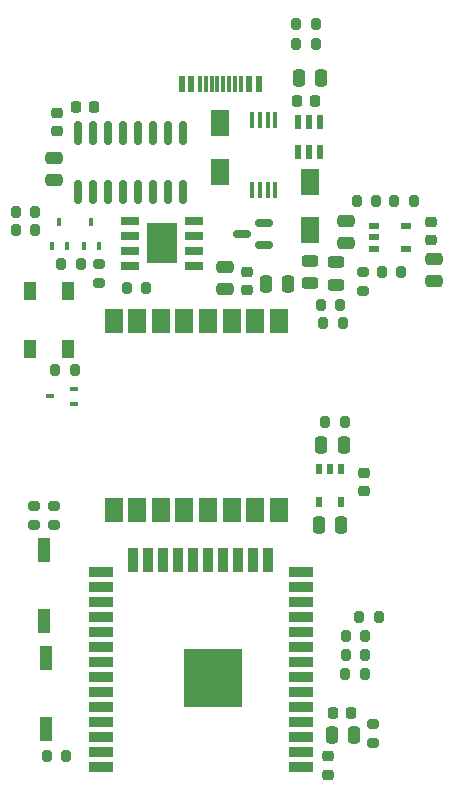
<source format=gtp>
G04 #@! TF.GenerationSoftware,KiCad,Pcbnew,(6.0.7)*
G04 #@! TF.CreationDate,2022-10-10T16:15:31+05:30*
G04 #@! TF.ProjectId,esp_lora_iot,6573705f-6c6f-4726-915f-696f742e6b69,rev?*
G04 #@! TF.SameCoordinates,Original*
G04 #@! TF.FileFunction,Paste,Top*
G04 #@! TF.FilePolarity,Positive*
%FSLAX46Y46*%
G04 Gerber Fmt 4.6, Leading zero omitted, Abs format (unit mm)*
G04 Created by KiCad (PCBNEW (6.0.7)) date 2022-10-10 16:15:31*
%MOMM*%
%LPD*%
G01*
G04 APERTURE LIST*
G04 Aperture macros list*
%AMRoundRect*
0 Rectangle with rounded corners*
0 $1 Rounding radius*
0 $2 $3 $4 $5 $6 $7 $8 $9 X,Y pos of 4 corners*
0 Add a 4 corners polygon primitive as box body*
4,1,4,$2,$3,$4,$5,$6,$7,$8,$9,$2,$3,0*
0 Add four circle primitives for the rounded corners*
1,1,$1+$1,$2,$3*
1,1,$1+$1,$4,$5*
1,1,$1+$1,$6,$7*
1,1,$1+$1,$8,$9*
0 Add four rect primitives between the rounded corners*
20,1,$1+$1,$2,$3,$4,$5,0*
20,1,$1+$1,$4,$5,$6,$7,0*
20,1,$1+$1,$6,$7,$8,$9,0*
20,1,$1+$1,$8,$9,$2,$3,0*%
G04 Aperture macros list end*
%ADD10R,0.600000X1.200000*%
%ADD11RoundRect,0.200000X-0.200000X-0.275000X0.200000X-0.275000X0.200000X0.275000X-0.200000X0.275000X0*%
%ADD12R,0.700000X0.450000*%
%ADD13RoundRect,0.200000X-0.275000X0.200000X-0.275000X-0.200000X0.275000X-0.200000X0.275000X0.200000X0*%
%ADD14RoundRect,0.243750X0.456250X-0.243750X0.456250X0.243750X-0.456250X0.243750X-0.456250X-0.243750X0*%
%ADD15RoundRect,0.200000X0.200000X0.275000X-0.200000X0.275000X-0.200000X-0.275000X0.200000X-0.275000X0*%
%ADD16R,1.000000X2.000000*%
%ADD17R,1.500000X2.000000*%
%ADD18RoundRect,0.200000X0.275000X-0.200000X0.275000X0.200000X-0.275000X0.200000X-0.275000X-0.200000X0*%
%ADD19RoundRect,0.225000X-0.250000X0.225000X-0.250000X-0.225000X0.250000X-0.225000X0.250000X0.225000X0*%
%ADD20R,0.450000X0.700000*%
%ADD21R,1.000000X1.500000*%
%ADD22RoundRect,0.250000X-0.250000X-0.475000X0.250000X-0.475000X0.250000X0.475000X-0.250000X0.475000X0*%
%ADD23RoundRect,0.150000X0.150000X-0.825000X0.150000X0.825000X-0.150000X0.825000X-0.150000X-0.825000X0*%
%ADD24R,0.600000X1.450000*%
%ADD25R,0.300000X1.450000*%
%ADD26RoundRect,0.225000X0.225000X0.250000X-0.225000X0.250000X-0.225000X-0.250000X0.225000X-0.250000X0*%
%ADD27R,0.558800X0.946899*%
%ADD28RoundRect,0.250000X0.250000X0.475000X-0.250000X0.475000X-0.250000X-0.475000X0.250000X-0.475000X0*%
%ADD29RoundRect,0.225000X0.250000X-0.225000X0.250000X0.225000X-0.250000X0.225000X-0.250000X-0.225000X0*%
%ADD30R,1.525000X0.700000*%
%ADD31R,2.513000X3.402000*%
%ADD32R,1.550000X2.200000*%
%ADD33RoundRect,0.150000X0.587500X0.150000X-0.587500X0.150000X-0.587500X-0.150000X0.587500X-0.150000X0*%
%ADD34RoundRect,0.225000X-0.225000X-0.250000X0.225000X-0.250000X0.225000X0.250000X-0.225000X0.250000X0*%
%ADD35R,2.000000X0.900000*%
%ADD36R,0.900000X2.000000*%
%ADD37R,5.000000X5.000000*%
%ADD38R,0.946899X0.558800*%
%ADD39RoundRect,0.250000X-0.475000X0.250000X-0.475000X-0.250000X0.475000X-0.250000X0.475000X0.250000X0*%
%ADD40R,0.450000X1.475000*%
%ADD41RoundRect,0.250000X0.475000X-0.250000X0.475000X0.250000X-0.475000X0.250000X-0.475000X-0.250000X0*%
G04 APERTURE END LIST*
D10*
X181041000Y-59543000D03*
X181991000Y-59543000D03*
X182941000Y-59543000D03*
X182941000Y-57043000D03*
X181991000Y-57043000D03*
X181041000Y-57043000D03*
D11*
X161023800Y-69088000D03*
X162673800Y-69088000D03*
D12*
X162120800Y-80914000D03*
X162120800Y-79614000D03*
X160120800Y-80264000D03*
D13*
X158750000Y-89536000D03*
X158750000Y-91186000D03*
D14*
X184277000Y-70787500D03*
X184277000Y-68912500D03*
D15*
X158813000Y-64643000D03*
X157163000Y-64643000D03*
X186740800Y-103784400D03*
X185090800Y-103784400D03*
D13*
X160401000Y-89536000D03*
X160401000Y-91186000D03*
D11*
X185103000Y-100533200D03*
X186753000Y-100533200D03*
D16*
X159553500Y-99250500D03*
X159553500Y-93281500D03*
D11*
X188151000Y-69748400D03*
X189801000Y-69748400D03*
D13*
X186613800Y-69710800D03*
X186613800Y-71360800D03*
D17*
X179466000Y-73838800D03*
X177466000Y-73838800D03*
X175466000Y-73838800D03*
X173466000Y-73838800D03*
X171466000Y-73838800D03*
X169466000Y-73838800D03*
X167466000Y-73838800D03*
X165466000Y-73838800D03*
X165466000Y-89838800D03*
X167466000Y-89838800D03*
X169466000Y-89838800D03*
X171466000Y-89838800D03*
X173466000Y-89838800D03*
X175466000Y-89838800D03*
X177466000Y-89838800D03*
X179466000Y-89838800D03*
D18*
X187401200Y-109638600D03*
X187401200Y-107988600D03*
D15*
X161454600Y-110693200D03*
X159804600Y-110693200D03*
D19*
X183642000Y-110731000D03*
X183642000Y-112281000D03*
D20*
X162926000Y-67497200D03*
X164226000Y-67497200D03*
X163576000Y-65497200D03*
D21*
X161620000Y-71311600D03*
X158420000Y-71311600D03*
X158420000Y-76211600D03*
X161620000Y-76211600D03*
D11*
X166561000Y-71120000D03*
X168211000Y-71120000D03*
X186056000Y-63754000D03*
X187706000Y-63754000D03*
D15*
X187921400Y-98915200D03*
X186271400Y-98915200D03*
D22*
X178374000Y-70739000D03*
X180274000Y-70739000D03*
D23*
X162433000Y-62927000D03*
X163703000Y-62927000D03*
X164973000Y-62927000D03*
X166243000Y-62927000D03*
X167513000Y-62927000D03*
X168783000Y-62927000D03*
X170053000Y-62927000D03*
X171323000Y-62927000D03*
X171323000Y-57977000D03*
X170053000Y-57977000D03*
X168783000Y-57977000D03*
X167513000Y-57977000D03*
X166243000Y-57977000D03*
X164973000Y-57977000D03*
X163703000Y-57977000D03*
X162433000Y-57977000D03*
D24*
X177760000Y-53778500D03*
X176960000Y-53778500D03*
D25*
X175760000Y-53778500D03*
X174760000Y-53778500D03*
X174260000Y-53778500D03*
X173260000Y-53778500D03*
D24*
X171260000Y-53778500D03*
X172060000Y-53778500D03*
D25*
X172760000Y-53778500D03*
X173760000Y-53778500D03*
X175260000Y-53778500D03*
X176260000Y-53778500D03*
D26*
X163843000Y-55753000D03*
X162293000Y-55753000D03*
D19*
X192328800Y-65468200D03*
X192328800Y-67018200D03*
D15*
X162165800Y-78028800D03*
X160515800Y-78028800D03*
D27*
X184734200Y-86407249D03*
X183794400Y-86407249D03*
X182854600Y-86407249D03*
X182854600Y-89157551D03*
X184734200Y-89157551D03*
D11*
X157163000Y-66200000D03*
X158813000Y-66200000D03*
D28*
X183068000Y-53340000D03*
X181168000Y-53340000D03*
D11*
X180912000Y-50419000D03*
X182562000Y-50419000D03*
D29*
X186639200Y-88252600D03*
X186639200Y-86702600D03*
D30*
X166833000Y-65405000D03*
X166833000Y-66675000D03*
X166833000Y-67945000D03*
X166833000Y-69215000D03*
X172257000Y-69215000D03*
X172257000Y-67945000D03*
X172257000Y-66675000D03*
X172257000Y-65405000D03*
D31*
X169545000Y-67310000D03*
D29*
X160655000Y-57785000D03*
X160655000Y-56235000D03*
D32*
X182118000Y-66185000D03*
X182118000Y-62085000D03*
D16*
X159724500Y-102425500D03*
X159724500Y-108394500D03*
D33*
X178229500Y-67437000D03*
X178229500Y-65537000D03*
X176354500Y-66487000D03*
D34*
X184010000Y-107061000D03*
X185560000Y-107061000D03*
D28*
X184744400Y-91135200D03*
X182844400Y-91135200D03*
D14*
X182118000Y-70660500D03*
X182118000Y-68785500D03*
D35*
X181363000Y-111640000D03*
X181363000Y-110370000D03*
X181363000Y-109100000D03*
X181363000Y-107830000D03*
X181363000Y-106560000D03*
X181363000Y-105290000D03*
X181363000Y-104020000D03*
X181363000Y-102750000D03*
X181363000Y-101480000D03*
X181363000Y-100210000D03*
X181363000Y-98940000D03*
X181363000Y-97670000D03*
X181363000Y-96400000D03*
X181363000Y-95130000D03*
D36*
X178578000Y-94130000D03*
X177308000Y-94130000D03*
X176038000Y-94130000D03*
X174768000Y-94130000D03*
X173498000Y-94130000D03*
X172228000Y-94130000D03*
X170958000Y-94130000D03*
X169688000Y-94130000D03*
X168418000Y-94130000D03*
X167148000Y-94130000D03*
D35*
X164363000Y-95130000D03*
X164363000Y-96400000D03*
X164363000Y-97670000D03*
X164363000Y-98940000D03*
X164363000Y-100210000D03*
X164363000Y-101480000D03*
X164363000Y-102750000D03*
X164363000Y-104020000D03*
X164363000Y-105290000D03*
X164363000Y-106560000D03*
X164363000Y-107830000D03*
X164363000Y-109100000D03*
X164363000Y-110370000D03*
X164363000Y-111640000D03*
D37*
X173863000Y-104140000D03*
D11*
X183020200Y-72491600D03*
X184670200Y-72491600D03*
D38*
X187473849Y-65862200D03*
X187473849Y-66802000D03*
X187473849Y-67741800D03*
X190224151Y-67741800D03*
X190224151Y-65862200D03*
D22*
X183962000Y-108966000D03*
X185862000Y-108966000D03*
D11*
X185103000Y-102158800D03*
X186753000Y-102158800D03*
D28*
X184947600Y-84378800D03*
X183047600Y-84378800D03*
D26*
X182512000Y-55245000D03*
X180962000Y-55245000D03*
D39*
X174879000Y-69281000D03*
X174879000Y-71181000D03*
D40*
X179156000Y-56879000D03*
X178506000Y-56879000D03*
X177856000Y-56879000D03*
X177206000Y-56879000D03*
X177206000Y-62755000D03*
X177856000Y-62755000D03*
X178506000Y-62755000D03*
X179156000Y-62755000D03*
D11*
X180912000Y-48768000D03*
X182562000Y-48768000D03*
X183198000Y-74041000D03*
X184848000Y-74041000D03*
D29*
X176784000Y-71247000D03*
X176784000Y-69697000D03*
D32*
X174498000Y-61232000D03*
X174498000Y-57132000D03*
D11*
X183375800Y-82397600D03*
X185025800Y-82397600D03*
D13*
X164211000Y-69025000D03*
X164211000Y-70675000D03*
D41*
X192557400Y-70520600D03*
X192557400Y-68620600D03*
D39*
X160401000Y-60076000D03*
X160401000Y-61976000D03*
D20*
X160233600Y-67497200D03*
X161533600Y-67497200D03*
X160883600Y-65497200D03*
D11*
X189230000Y-63754000D03*
X190880000Y-63754000D03*
D39*
X185115200Y-65394800D03*
X185115200Y-67294800D03*
M02*

</source>
